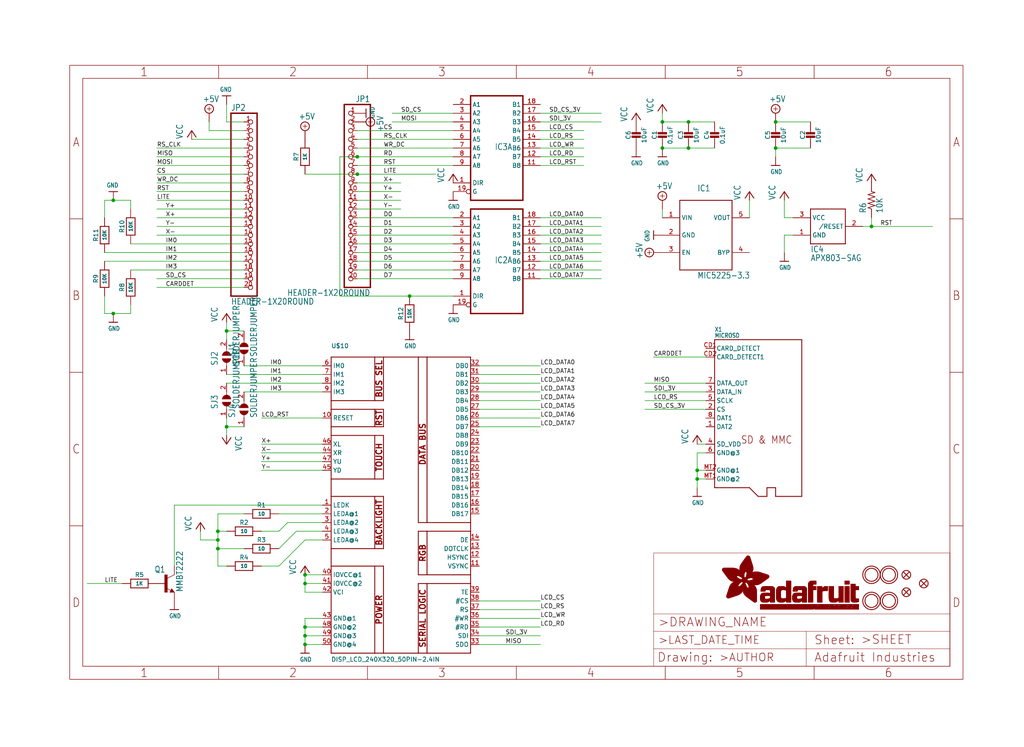
<source format=kicad_sch>
(kicad_sch (version 20211123) (generator eeschema)
  (paper "User" 298.45 217.881)
  (lib_symbols
    (symbol "eagleSchem-eagle-import:+5V" (power)
      (property "Value" "+5V" (at -1.905 3.175 0))
      (symbol "+5V_1_0"
        (pin power_in line (at 0 -2.54 90) (length 2.54) (name "+5V") (number "1"))
      )
    )
    (symbol "eagleSchem-eagle-import:-NPN-SOT23-BEC"
      (property "Reference" "T" (at -10.16 7.62 0))
      (property "Value" "-NPN-SOT23-BEC" (at -10.16 5.08 0))
      (symbol "-NPN-SOT23-BEC_1_0"
        (pin passive line (at -2.54 0 0) (length 2.54) (name "B") (number "B"))
        (pin passive line (at 2.54 5.08 270) (length 2.54) (name "C") (number "C"))
        (pin passive line (at 2.54 -5.08 90) (length 2.54) (name "E") (number "E"))
      )
    )
    (symbol "eagleSchem-eagle-import:74245DW"
      (property "Reference" "IC" (at -0.635 -0.635 0))
      (symbol "74245DW_1_0"
        (pin input line (at -12.7 -10.16 0) (length 5.08) (name "DIR") (number "1"))
        (pin bidirectional line (at 12.7 -5.08 180) (length 5.08) (name "B8") (number "11"))
        (pin bidirectional line (at 12.7 -2.54 180) (length 5.08) (name "B7") (number "12"))
        (pin bidirectional line (at 12.7 0 180) (length 5.08) (name "B6") (number "13"))
        (pin bidirectional line (at 12.7 2.54 180) (length 5.08) (name "B5") (number "14"))
        (pin bidirectional line (at 12.7 5.08 180) (length 5.08) (name "B4") (number "15"))
        (pin bidirectional line (at 12.7 7.62 180) (length 5.08) (name "B3") (number "16"))
        (pin bidirectional line (at 12.7 10.16 180) (length 5.08) (name "B2") (number "17"))
        (pin bidirectional line (at 12.7 12.7 180) (length 5.08) (name "B1") (number "18"))
        (pin input inverted (at -12.7 -12.7 0) (length 5.08) (name "G") (number "19"))
        (pin bidirectional line (at -12.7 12.7 0) (length 5.08) (name "A1") (number "2"))
        (pin bidirectional line (at -12.7 10.16 0) (length 5.08) (name "A2") (number "3"))
        (pin bidirectional line (at -12.7 7.62 0) (length 5.08) (name "A3") (number "4"))
        (pin bidirectional line (at -12.7 5.08 0) (length 5.08) (name "A4") (number "5"))
        (pin bidirectional line (at -12.7 2.54 0) (length 5.08) (name "A5") (number "6"))
        (pin bidirectional line (at -12.7 0 0) (length 5.08) (name "A6") (number "7"))
        (pin bidirectional line (at -12.7 -2.54 0) (length 5.08) (name "A7") (number "8"))
        (pin bidirectional line (at -12.7 -5.08 0) (length 5.08) (name "A8") (number "9"))
      )
      (symbol "74245DW_2_0"
        (text "GND" (at 1.905 -5.842 900) (effects (font (size 1.27 1.0795)) (justify left bottom)))
        (text "VCC" (at 1.905 2.54 900) (effects (font (size 1.27 1.0795)) (justify left bottom)))
        (pin power_in line (at 0 -7.62 90) (length 5.08) (name "GND") (number "10"))
        (pin power_in line (at 0 7.62 270) (length 5.08) (name "VCC") (number "20"))
      )
    )
    (symbol "eagleSchem-eagle-import:AXP083-SAG"
      (property "Reference" "IC" (at -5.08 -7.62 0))
      (property "Value" "AXP083-SAG" (at -5.08 -10.16 0))
      (symbol "AXP083-SAG_1_0"
        (pin power_in line (at -10.16 -2.54 0) (length 5.08) (name "GND") (number "1"))
        (pin output line (at 10.16 0 180) (length 5.08) (name "/RESET") (number "2"))
        (pin power_in line (at -10.16 2.54 0) (length 5.08) (name "VCC") (number "3"))
      )
    )
    (symbol "eagleSchem-eagle-import:CAP_CERAMIC0805-NOOUTLINE"
      (property "Reference" "C" (at -2.29 1.25 90))
      (property "Value" "CAP_CERAMIC0805-NOOUTLINE" (at 2.3 1.25 90))
      (symbol "CAP_CERAMIC0805-NOOUTLINE_1_0"
        (pin passive line (at 0 5.08 270) (length 2.54) (name "1") (number "1"))
        (pin passive line (at 0 -2.54 90) (length 2.54) (name "2") (number "2"))
      )
    )
    (symbol "eagleSchem-eagle-import:DISP_LCD_240X320_50PIN-2.4IN"
      (property "Value" "DISP_LCD_240X320_50PIN-2.4IN" (at -20.32 -48.26 0))
      (symbol "DISP_LCD_240X320_50PIN-2.4IN_1_0"
        (text "BACKLIGHT" (at -6.35 -7.62 900) (effects (font (size 1.6764 1.6764) (thickness 0.3353) bold)))
        (text "BUS SEL" (at -6.35 34.29 900) (effects (font (size 1.6764 1.6764) (thickness 0.3353) bold)))
        (text "DATA BUS" (at 6.35 15.24 900) (effects (font (size 1.6764 1.6764) (thickness 0.3353) bold)))
        (text "POWER" (at -6.35 -33.02 900) (effects (font (size 1.6764 1.6764) (thickness 0.3353) bold)))
        (text "RGB" (at 6.35 -16.51 900) (effects (font (size 1.6764 1.6764) (thickness 0.3353) bold)))
        (text "RST" (at -6.35 22.86 900) (effects (font (size 1.6764 1.6764) (thickness 0.3353) bold)))
        (text "SERIAL LOGIC" (at 6.35 -35.56 900) (effects (font (size 1.6764 1.6764) (thickness 0.3353) bold)))
        (text "TOUCH" (at -6.35 11.43 900) (effects (font (size 1.6764 1.6764) (thickness 0.3353) bold)))
        (pin bidirectional line (at -22.86 -2.54 0) (length 2.54) (name "LEDK") (number "1"))
        (pin bidirectional line (at -22.86 22.86 0) (length 2.54) (name "RESET") (number "10"))
        (pin bidirectional line (at 22.86 -20.32 180) (length 2.54) (name "VSYNC") (number "11"))
        (pin bidirectional line (at 22.86 -17.78 180) (length 2.54) (name "HSYNC") (number "12"))
        (pin bidirectional line (at 22.86 -15.24 180) (length 2.54) (name "DOTCLK") (number "13"))
        (pin bidirectional line (at 22.86 -12.7 180) (length 2.54) (name "DE") (number "14"))
        (pin bidirectional line (at 22.86 -5.08 180) (length 2.54) (name "DB17") (number "15"))
        (pin bidirectional line (at 22.86 -2.54 180) (length 2.54) (name "DB16") (number "16"))
        (pin bidirectional line (at 22.86 0 180) (length 2.54) (name "DB15") (number "17"))
        (pin bidirectional line (at 22.86 2.54 180) (length 2.54) (name "DB14") (number "18"))
        (pin bidirectional line (at 22.86 5.08 180) (length 2.54) (name "DB13") (number "19"))
        (pin bidirectional line (at -22.86 -5.08 0) (length 2.54) (name "LEDA@1") (number "2"))
        (pin bidirectional line (at 22.86 7.62 180) (length 2.54) (name "DB12") (number "20"))
        (pin bidirectional line (at 22.86 10.16 180) (length 2.54) (name "DB11") (number "21"))
        (pin bidirectional line (at 22.86 12.7 180) (length 2.54) (name "DB10") (number "22"))
        (pin bidirectional line (at 22.86 15.24 180) (length 2.54) (name "DB9") (number "23"))
        (pin bidirectional line (at 22.86 17.78 180) (length 2.54) (name "DB8") (number "24"))
        (pin bidirectional line (at 22.86 20.32 180) (length 2.54) (name "DB7") (number "25"))
        (pin bidirectional line (at 22.86 22.86 180) (length 2.54) (name "DB6") (number "26"))
        (pin bidirectional line (at 22.86 25.4 180) (length 2.54) (name "DB5") (number "27"))
        (pin bidirectional line (at 22.86 27.94 180) (length 2.54) (name "DB4") (number "28"))
        (pin bidirectional line (at 22.86 30.48 180) (length 2.54) (name "DB3") (number "29"))
        (pin bidirectional line (at -22.86 -7.62 0) (length 2.54) (name "LEDA@2") (number "3"))
        (pin bidirectional line (at 22.86 33.02 180) (length 2.54) (name "DB2") (number "30"))
        (pin bidirectional line (at 22.86 35.56 180) (length 2.54) (name "DB1") (number "31"))
        (pin bidirectional line (at 22.86 38.1 180) (length 2.54) (name "DB0") (number "32"))
        (pin bidirectional line (at 22.86 -43.18 180) (length 2.54) (name "SDO") (number "33"))
        (pin bidirectional line (at 22.86 -40.64 180) (length 2.54) (name "SDI") (number "34"))
        (pin bidirectional line (at 22.86 -38.1 180) (length 2.54) (name "#RD") (number "35"))
        (pin bidirectional line (at 22.86 -35.56 180) (length 2.54) (name "#WR") (number "36"))
        (pin bidirectional line (at 22.86 -33.02 180) (length 2.54) (name "RS") (number "37"))
        (pin bidirectional line (at 22.86 -30.48 180) (length 2.54) (name "#CS") (number "38"))
        (pin bidirectional line (at 22.86 -27.94 180) (length 2.54) (name "TE") (number "39"))
        (pin bidirectional line (at -22.86 -10.16 0) (length 2.54) (name "LEDA@3") (number "4"))
        (pin bidirectional line (at -22.86 -22.86 0) (length 2.54) (name "IOVCC@1") (number "40"))
        (pin bidirectional line (at -22.86 -25.4 0) (length 2.54) (name "IOVCC@2") (number "41"))
        (pin bidirectional line (at -22.86 -27.94 0) (length 2.54) (name "VCI") (number "42"))
        (pin bidirectional line (at -22.86 -35.56 0) (length 2.54) (name "GND@1") (number "43"))
        (pin bidirectional line (at -22.86 12.7 0) (length 2.54) (name "XR") (number "44"))
        (pin bidirectional line (at -22.86 7.62 0) (length 2.54) (name "YD") (number "45"))
        (pin bidirectional line (at -22.86 15.24 0) (length 2.54) (name "XL") (number "46"))
        (pin bidirectional line (at -22.86 10.16 0) (length 2.54) (name "YU") (number "47"))
        (pin bidirectional line (at -22.86 -38.1 0) (length 2.54) (name "GND@2") (number "48"))
        (pin bidirectional line (at -22.86 -40.64 0) (length 2.54) (name "GND@3") (number "49"))
        (pin bidirectional line (at -22.86 -12.7 0) (length 2.54) (name "LEDA@4") (number "5"))
        (pin bidirectional line (at -22.86 -43.18 0) (length 2.54) (name "GND@4") (number "50"))
        (pin bidirectional line (at -22.86 38.1 0) (length 2.54) (name "IM0") (number "6"))
        (pin bidirectional line (at -22.86 35.56 0) (length 2.54) (name "IM1") (number "7"))
        (pin bidirectional line (at -22.86 33.02 0) (length 2.54) (name "IM2") (number "8"))
        (pin bidirectional line (at -22.86 30.48 0) (length 2.54) (name "IM3") (number "9"))
      )
    )
    (symbol "eagleSchem-eagle-import:FIDUCIAL{dblquote}{dblquote}")
    (symbol "eagleSchem-eagle-import:FRAME_A4_ADAFRUIT"
      (symbol "FRAME_A4_ADAFRUIT_0_0"
        (text "1" (at 21.6958 1.905 0) (effects (font (size 2.54 2.286))))
        (text "1" (at 21.6958 177.165 0) (effects (font (size 2.54 2.286))))
        (text "2" (at 65.0875 1.905 0) (effects (font (size 2.54 2.286))))
        (text "2" (at 65.0875 177.165 0) (effects (font (size 2.54 2.286))))
        (text "3" (at 108.4792 1.905 0) (effects (font (size 2.54 2.286))))
        (text "3" (at 108.4792 177.165 0) (effects (font (size 2.54 2.286))))
        (text "4" (at 151.8708 1.905 0) (effects (font (size 2.54 2.286))))
        (text "4" (at 151.8708 177.165 0) (effects (font (size 2.54 2.286))))
        (text "5" (at 195.2625 1.905 0) (effects (font (size 2.54 2.286))))
        (text "5" (at 195.2625 177.165 0) (effects (font (size 2.54 2.286))))
        (text "6" (at 238.6542 1.905 0) (effects (font (size 2.54 2.286))))
        (text "6" (at 238.6542 177.165 0) (effects (font (size 2.54 2.286))))
        (text "A" (at 1.905 156.6863 0) (effects (font (size 2.54 2.286))))
        (text "A" (at 258.445 156.6863 0) (effects (font (size 2.54 2.286))))
        (text "B" (at 1.905 111.9188 0) (effects (font (size 2.54 2.286))))
        (text "B" (at 258.445 111.9188 0) (effects (font (size 2.54 2.286))))
        (text "C" (at 1.905 67.1513 0) (effects (font (size 2.54 2.286))))
        (text "C" (at 258.445 67.1513 0) (effects (font (size 2.54 2.286))))
        (text "D" (at 1.905 22.3838 0) (effects (font (size 2.54 2.286))))
        (text "D" (at 258.445 22.3838 0) (effects (font (size 2.54 2.286))))
      )
      (symbol "FRAME_A4_ADAFRUIT_1_0"
        (text ">AUTHOR" (at 189.23 5.08 0) (effects (font (size 2.286 2.286)) (justify left bottom)))
        (text ">DRAWING_NAME" (at 171.45 15.24 0) (effects (font (size 2.54 2.54)) (justify left bottom)))
        (text ">LAST_DATE_TIME" (at 171.45 10.16 0) (effects (font (size 2.286 2.286)) (justify left bottom)))
        (text ">SHEET" (at 230.505 10.16 0) (effects (font (size 2.54 2.54)) (justify left bottom)))
        (text "Adafruit Industries" (at 216.916 4.953 0) (effects (font (size 2.54 2.54)) (justify left bottom)))
        (text "Drawing:" (at 171.196 4.953 0) (effects (font (size 2.54 2.54)) (justify left bottom)))
        (text "Sheet:" (at 216.916 10.033 0) (effects (font (size 2.54 2.54)) (justify left bottom)))
      )
    )
    (symbol "eagleSchem-eagle-import:GND" (power)
      (property "Value" "GND" (at -1.524 -2.54 0))
      (symbol "GND_1_0"
        (pin power_in line (at 0 2.54 270) (length 2.54) (name "GND") (number "1"))
      )
    )
    (symbol "eagleSchem-eagle-import:HEADER-1X20ROUND"
      (property "Reference" "JP" (at -6.35 26.035 0))
      (property "Value" "HEADER-1X20ROUND" (at -6.35 -30.48 0))
      (symbol "HEADER-1X20ROUND_1_0"
        (pin passive inverted (at -2.54 22.86 0) (length 2.54) (name "1") (number "1"))
        (pin passive inverted (at -2.54 0 0) (length 2.54) (name "10") (number "10"))
        (pin passive inverted (at -2.54 -2.54 0) (length 2.54) (name "11") (number "11"))
        (pin passive inverted (at -2.54 -5.08 0) (length 2.54) (name "12") (number "12"))
        (pin passive inverted (at -2.54 -7.62 0) (length 2.54) (name "13") (number "13"))
        (pin passive inverted (at -2.54 -10.16 0) (length 2.54) (name "14") (number "14"))
        (pin passive inverted (at -2.54 -12.7 0) (length 2.54) (name "15") (number "15"))
        (pin passive inverted (at -2.54 -15.24 0) (length 2.54) (name "16") (number "16"))
        (pin passive inverted (at -2.54 -17.78 0) (length 2.54) (name "17") (number "17"))
        (pin passive inverted (at -2.54 -20.32 0) (length 2.54) (name "18") (number "18"))
        (pin passive inverted (at -2.54 -22.86 0) (length 2.54) (name "19") (number "19"))
        (pin passive inverted (at -2.54 20.32 0) (length 2.54) (name "2") (number "2"))
        (pin passive inverted (at -2.54 -25.4 0) (length 2.54) (name "20") (number "20"))
        (pin passive inverted (at -2.54 17.78 0) (length 2.54) (name "3") (number "3"))
        (pin passive inverted (at -2.54 15.24 0) (length 2.54) (name "4") (number "4"))
        (pin passive inverted (at -2.54 12.7 0) (length 2.54) (name "5") (number "5"))
        (pin passive inverted (at -2.54 10.16 0) (length 2.54) (name "6") (number "6"))
        (pin passive inverted (at -2.54 7.62 0) (length 2.54) (name "7") (number "7"))
        (pin passive inverted (at -2.54 5.08 0) (length 2.54) (name "8") (number "8"))
        (pin passive inverted (at -2.54 2.54 0) (length 2.54) (name "9") (number "9"))
      )
    )
    (symbol "eagleSchem-eagle-import:LP298XS"
      (property "Reference" "IC" (at -12.7 -5.08 90))
      (property "Value" "LP298XS" (at 12.7 -5.08 90))
      (symbol "LP298XS_1_0"
        (pin bidirectional line (at -5.08 -15.24 90) (length 5.08) (name "VIN") (number "1"))
        (pin bidirectional line (at 0 -15.24 90) (length 5.08) (name "GND") (number "2"))
        (pin bidirectional line (at 5.08 -15.24 90) (length 5.08) (name "EN") (number "3"))
        (pin bidirectional line (at 5.08 10.16 270) (length 5.08) (name "BYP") (number "4"))
        (pin bidirectional line (at -5.08 10.16 270) (length 5.08) (name "VOUT") (number "5"))
      )
    )
    (symbol "eagleSchem-eagle-import:MICROSD"
      (property "Reference" "X" (at -12.7 22.606 0))
      (property "Value" "MICROSD" (at -12.7 20.828 0))
      (symbol "MICROSD_1_0"
        (text "SD & MMC" (at -5.08 -10.16 0) (effects (font (size 2.1844 1.8567)) (justify left bottom)))
        (pin bidirectional line (at -15.24 -5.08 0) (length 2.54) (name "DAT2") (number "1"))
        (pin input line (at -15.24 0 0) (length 2.54) (name "CS") (number "2"))
        (pin input line (at -15.24 5.08 0) (length 2.54) (name "DATA_IN") (number "3"))
        (pin power_in line (at -15.24 -10.16 0) (length 2.54) (name "SD_VDD") (number "4"))
        (pin input line (at -15.24 2.54 0) (length 2.54) (name "SCLK") (number "5"))
        (pin power_in line (at -15.24 -12.7 0) (length 2.54) (name "GND@3") (number "6"))
        (pin output line (at -15.24 7.62 0) (length 2.54) (name "DATA_OUT") (number "7"))
        (pin bidirectional line (at -15.24 -2.54 0) (length 2.54) (name "DAT1") (number "8"))
        (pin passive line (at -15.24 17.78 0) (length 2.54) (name "CARD_DETECT") (number "CD1"))
        (pin passive line (at -15.24 15.24 0) (length 2.54) (name "CARD_DETECT1") (number "CD2"))
        (pin power_in line (at -15.24 -20.32 0) (length 2.54) (name "GND@2") (number "MT1"))
        (pin power_in line (at -15.24 -17.78 0) (length 2.54) (name "GND@1") (number "MT2"))
      )
    )
    (symbol "eagleSchem-eagle-import:MOUNTINGHOLE2.5")
    (symbol "eagleSchem-eagle-import:R-US_R0805"
      (property "Reference" "R" (at -3.81 1.4986 0))
      (property "Value" "R-US_R0805" (at -3.81 -3.302 0))
      (symbol "R-US_R0805_1_0"
        (pin passive line (at -5.08 0 0) (length 2.54) (name "1") (number "1"))
        (pin passive line (at 5.08 0 180) (length 2.54) (name "2") (number "2"))
      )
    )
    (symbol "eagleSchem-eagle-import:RESISTOR0805_NOOUTLINE"
      (property "Reference" "R" (at 0 2.54 0))
      (property "Value" "RESISTOR0805_NOOUTLINE" (at 0 0 0))
      (symbol "RESISTOR0805_NOOUTLINE_1_0"
        (pin passive line (at -5.08 0 0) (length 2.54) (name "1") (number "1"))
        (pin passive line (at 5.08 0 180) (length 2.54) (name "2") (number "2"))
      )
    )
    (symbol "eagleSchem-eagle-import:SOLDERJUMPER"
      (property "Reference" "SJ" (at -2.54 2.54 0))
      (property "Value" "SOLDERJUMPER" (at -2.54 -3.81 0))
      (symbol "SOLDERJUMPER_1_0"
        (pin passive line (at -5.08 0 0) (length 2.54) (name "1") (number "1"))
        (pin passive line (at 5.08 0 180) (length 2.54) (name "2") (number "2"))
      )
    )
    (symbol "eagleSchem-eagle-import:VCC" (power)
      (property "Value" "VCC" (at -2.54 -2.54 90))
      (symbol "VCC_1_0"
        (pin power_in line (at 0 -2.54 90) (length 2.54) (name "VCC") (number "1"))
      )
    )
  )
  (junction (at 63.5 157.48))
  (junction (at 88.9 167.64))
  (junction (at 33.02 58.42))
  (junction (at 63.5 154.94))
  (junction (at 66.04 124.46))
  (junction (at 203.2 139.7))
  (junction (at 88.9 185.42))
  (junction (at 66.04 96.52))
  (junction (at 104.14 45.72))
  (junction (at 33.02 91.44))
  (junction (at 104.14 50.8))
  (junction (at 200.66 43.18))
  (junction (at 88.9 187.96))
  (junction (at 203.2 137.16))
  (junction (at 193.04 35.56))
  (junction (at 193.04 43.18))
  (junction (at 226.06 43.18))
  (junction (at 88.9 182.88))
  (junction (at 226.06 35.56))
  (junction (at 200.66 35.56))
  (junction (at 119.38 86.36))
  (junction (at 63.5 160.02))
  (junction (at 88.9 170.18))
  (junction (at 254 66.04))
  (wire (pts (xy 55.88 40.64) (xy 71.12 40.64)))
  (wire (pts (xy 35.56 170.18) (xy 25.4 170.18)))
  (wire (pts (xy 88.9 170.18) (xy 93.98 170.18)))
  (wire (pts (xy 30.48 58.42) (xy 30.48 63.5)))
  (wire (pts (xy 139.7 114.3) (xy 157.48 114.3)))
  (wire (pts (xy 63.5 154.94) (xy 63.5 149.86)))
  (wire (pts (xy 58.42 154.94) (xy 58.42 157.48)))
  (wire (pts (xy 93.98 114.3) (xy 71.12 114.3)))
  (wire (pts (xy 157.48 35.56) (xy 175.26 35.56)))
  (wire (pts (xy 81.28 160.02) (xy 86.36 154.94)))
  (wire (pts (xy 76.2 165.1) (xy 81.28 165.1)))
  (wire (pts (xy 193.04 60.96) (xy 193.04 63.5)))
  (wire (pts (xy 203.2 139.7) (xy 203.2 137.16)))
  (wire (pts (xy 139.7 106.68) (xy 157.48 106.68)))
  (wire (pts (xy 132.08 81.28) (xy 104.14 81.28)))
  (wire (pts (xy 104.14 53.34) (xy 116.84 53.34)))
  (wire (pts (xy 104.14 43.18) (xy 132.08 43.18)))
  (wire (pts (xy 66.04 96.52) (xy 71.12 96.52)))
  (wire (pts (xy 228.6 63.5) (xy 228.6 58.42)))
  (wire (pts (xy 187.96 119.38) (xy 205.74 119.38)))
  (wire (pts (xy 203.2 139.7) (xy 203.2 142.24)))
  (wire (pts (xy 30.48 76.2) (xy 71.12 76.2)))
  (wire (pts (xy 76.2 154.94) (xy 81.28 154.94)))
  (wire (pts (xy 132.08 63.5) (xy 104.14 63.5)))
  (wire (pts (xy 66.04 99.06) (xy 66.04 96.52)))
  (wire (pts (xy 88.9 180.34) (xy 88.9 182.88)))
  (wire (pts (xy 139.7 116.84) (xy 157.48 116.84)))
  (wire (pts (xy 71.12 71.12) (xy 38.1 71.12)))
  (wire (pts (xy 38.1 58.42) (xy 33.02 58.42)))
  (wire (pts (xy 226.06 45.72) (xy 226.06 43.18)))
  (wire (pts (xy 88.9 185.42) (xy 93.98 185.42)))
  (wire (pts (xy 71.12 35.56) (xy 66.04 35.56)))
  (wire (pts (xy 71.12 58.42) (xy 45.72 58.42)))
  (wire (pts (xy 93.98 167.64) (xy 88.9 167.64)))
  (wire (pts (xy 205.74 116.84) (xy 187.96 116.84)))
  (wire (pts (xy 157.48 48.26) (xy 170.18 48.26)))
  (wire (pts (xy 203.2 137.16) (xy 205.74 137.16)))
  (wire (pts (xy 104.14 40.64) (xy 132.08 40.64)))
  (wire (pts (xy 218.44 58.42) (xy 218.44 63.5)))
  (wire (pts (xy 76.2 121.92) (xy 93.98 121.92)))
  (wire (pts (xy 175.26 73.66) (xy 157.48 73.66)))
  (wire (pts (xy 30.48 86.36) (xy 30.48 91.44)))
  (wire (pts (xy 132.08 66.04) (xy 104.14 66.04)))
  (wire (pts (xy 86.36 154.94) (xy 93.98 154.94)))
  (wire (pts (xy 63.5 149.86) (xy 71.12 149.86)))
  (wire (pts (xy 63.5 157.48) (xy 63.5 154.94)))
  (wire (pts (xy 205.74 114.3) (xy 187.96 114.3)))
  (wire (pts (xy 104.14 55.88) (xy 116.84 55.88)))
  (wire (pts (xy 114.3 33.02) (xy 132.08 33.02)))
  (wire (pts (xy 104.14 48.26) (xy 132.08 48.26)))
  (wire (pts (xy 132.08 68.58) (xy 104.14 68.58)))
  (wire (pts (xy 139.7 109.22) (xy 157.48 109.22)))
  (wire (pts (xy 139.7 121.92) (xy 157.48 121.92)))
  (wire (pts (xy 99.06 86.36) (xy 99.06 45.72)))
  (wire (pts (xy 66.04 165.1) (xy 63.5 165.1)))
  (wire (pts (xy 139.7 185.42) (xy 157.48 185.42)))
  (wire (pts (xy 132.08 35.56) (xy 114.3 35.56)))
  (wire (pts (xy 93.98 106.68) (xy 71.12 106.68)))
  (wire (pts (xy 66.04 127) (xy 66.04 124.46)))
  (wire (pts (xy 104.14 50.8) (xy 88.9 50.8)))
  (wire (pts (xy 93.98 111.76) (xy 66.04 111.76)))
  (wire (pts (xy 50.8 165.1) (xy 50.8 147.32)))
  (wire (pts (xy 71.12 38.1) (xy 60.96 38.1)))
  (wire (pts (xy 93.98 172.72) (xy 88.9 172.72)))
  (wire (pts (xy 200.66 35.56) (xy 193.04 35.56)))
  (wire (pts (xy 38.1 60.96) (xy 38.1 58.42)))
  (wire (pts (xy 81.28 165.1) (xy 88.9 157.48)))
  (wire (pts (xy 104.14 60.96) (xy 116.84 60.96)))
  (wire (pts (xy 71.12 83.82) (xy 45.72 83.82)))
  (wire (pts (xy 157.48 45.72) (xy 170.18 45.72)))
  (wire (pts (xy 205.74 132.08) (xy 203.2 132.08)))
  (wire (pts (xy 30.48 73.66) (xy 71.12 73.66)))
  (wire (pts (xy 45.72 45.72) (xy 71.12 45.72)))
  (wire (pts (xy 132.08 78.74) (xy 104.14 78.74)))
  (wire (pts (xy 81.28 154.94) (xy 83.82 152.4)))
  (wire (pts (xy 228.6 68.58) (xy 231.14 68.58)))
  (wire (pts (xy 254 66.04) (xy 271.78 66.04)))
  (wire (pts (xy 139.7 119.38) (xy 157.48 119.38)))
  (wire (pts (xy 175.26 63.5) (xy 157.48 63.5)))
  (wire (pts (xy 71.12 48.26) (xy 45.72 48.26)))
  (wire (pts (xy 66.04 93.98) (xy 66.04 96.52)))
  (wire (pts (xy 88.9 167.64) (xy 88.9 170.18)))
  (wire (pts (xy 45.72 55.88) (xy 71.12 55.88)))
  (wire (pts (xy 175.26 76.2) (xy 157.48 76.2)))
  (wire (pts (xy 63.5 160.02) (xy 63.5 157.48)))
  (wire (pts (xy 205.74 104.14) (xy 190.5 104.14)))
  (wire (pts (xy 157.48 40.64) (xy 170.18 40.64)))
  (wire (pts (xy 45.72 43.18) (xy 71.12 43.18)))
  (wire (pts (xy 187.96 111.76) (xy 205.74 111.76)))
  (wire (pts (xy 71.12 78.74) (xy 38.1 78.74)))
  (wire (pts (xy 93.98 137.16) (xy 76.2 137.16)))
  (wire (pts (xy 175.26 66.04) (xy 157.48 66.04)))
  (wire (pts (xy 139.7 124.46) (xy 157.48 124.46)))
  (wire (pts (xy 45.72 53.34) (xy 71.12 53.34)))
  (wire (pts (xy 208.28 43.18) (xy 200.66 43.18)))
  (wire (pts (xy 93.98 182.88) (xy 88.9 182.88)))
  (wire (pts (xy 175.26 71.12) (xy 157.48 71.12)))
  (wire (pts (xy 93.98 132.08) (xy 76.2 132.08)))
  (wire (pts (xy 193.04 43.18) (xy 200.66 43.18)))
  (wire (pts (xy 71.12 68.58) (xy 45.72 68.58)))
  (wire (pts (xy 193.04 33.02) (xy 193.04 35.56)))
  (wire (pts (xy 104.14 45.72) (xy 99.06 45.72)))
  (wire (pts (xy 66.04 124.46) (xy 66.04 121.92)))
  (wire (pts (xy 66.04 35.56) (xy 66.04 30.48)))
  (wire (pts (xy 139.7 180.34) (xy 157.48 180.34)))
  (wire (pts (xy 226.06 43.18) (xy 236.22 43.18)))
  (wire (pts (xy 157.48 43.18) (xy 170.18 43.18)))
  (wire (pts (xy 139.7 111.76) (xy 157.48 111.76)))
  (wire (pts (xy 132.08 73.66) (xy 104.14 73.66)))
  (wire (pts (xy 71.12 63.5) (xy 45.72 63.5)))
  (wire (pts (xy 45.72 81.28) (xy 71.12 81.28)))
  (wire (pts (xy 88.9 182.88) (xy 88.9 185.42)))
  (wire (pts (xy 50.8 147.32) (xy 93.98 147.32)))
  (wire (pts (xy 200.66 35.56) (xy 208.28 35.56)))
  (wire (pts (xy 83.82 152.4) (xy 93.98 152.4)))
  (wire (pts (xy 205.74 139.7) (xy 203.2 139.7)))
  (wire (pts (xy 71.12 60.96) (xy 45.72 60.96)))
  (wire (pts (xy 81.28 149.86) (xy 93.98 149.86)))
  (wire (pts (xy 226.06 35.56) (xy 236.22 35.56)))
  (wire (pts (xy 104.14 58.42) (xy 116.84 58.42)))
  (wire (pts (xy 71.12 124.46) (xy 66.04 124.46)))
  (wire (pts (xy 231.14 63.5) (xy 228.6 63.5)))
  (wire (pts (xy 139.7 187.96) (xy 157.48 187.96)))
  (wire (pts (xy 88.9 157.48) (xy 93.98 157.48)))
  (wire (pts (xy 104.14 38.1) (xy 132.08 38.1)))
  (wire (pts (xy 175.26 81.28) (xy 157.48 81.28)))
  (wire (pts (xy 251.46 66.04) (xy 254 66.04)))
  (wire (pts (xy 93.98 180.34) (xy 88.9 180.34)))
  (wire (pts (xy 228.6 73.66) (xy 228.6 68.58)))
  (wire (pts (xy 139.7 175.26) (xy 157.48 175.26)))
  (wire (pts (xy 254 63.5) (xy 254 66.04)))
  (wire (pts (xy 157.48 33.02) (xy 175.26 33.02)))
  (wire (pts (xy 30.48 91.44) (xy 33.02 91.44)))
  (wire (pts (xy 63.5 165.1) (xy 63.5 160.02)))
  (wire (pts (xy 38.1 91.44) (xy 38.1 88.9)))
  (wire (pts (xy 33.02 91.44) (xy 38.1 91.44)))
  (wire (pts (xy 88.9 187.96) (xy 93.98 187.96)))
  (wire (pts (xy 139.7 182.88) (xy 157.48 182.88)))
  (wire (pts (xy 203.2 132.08) (xy 203.2 137.16)))
  (wire (pts (xy 60.96 38.1) (xy 60.96 35.56)))
  (wire (pts (xy 205.74 129.54) (xy 203.2 129.54)))
  (wire (pts (xy 66.04 154.94) (xy 63.5 154.94)))
  (wire (pts (xy 71.12 66.04) (xy 45.72 66.04)))
  (wire (pts (xy 58.42 157.48) (xy 63.5 157.48)))
  (wire (pts (xy 93.98 129.54) (xy 76.2 129.54)))
  (wire (pts (xy 93.98 134.62) (xy 76.2 134.62)))
  (wire (pts (xy 132.08 86.36) (xy 119.38 86.36)))
  (wire (pts (xy 63.5 160.02) (xy 71.12 160.02)))
  (wire (pts (xy 175.26 78.74) (xy 157.48 78.74)))
  (wire (pts (xy 132.08 76.2) (xy 104.14 76.2)))
  (wire (pts (xy 139.7 177.8) (xy 157.48 177.8)))
  (wire (pts (xy 104.14 45.72) (xy 132.08 45.72)))
  (wire (pts (xy 66.04 109.22) (xy 93.98 109.22)))
  (wire (pts (xy 157.48 38.1) (xy 170.18 38.1)))
  (wire (pts (xy 33.02 58.42) (xy 30.48 58.42)))
  (wire (pts (xy 132.08 71.12) (xy 104.14 71.12)))
  (wire (pts (xy 175.26 68.58) (xy 157.48 68.58)))
  (wire (pts (xy 45.72 50.8) (xy 71.12 50.8)))
  (wire (pts (xy 88.9 172.72) (xy 88.9 170.18)))
  (wire (pts (xy 104.14 50.8) (xy 127 50.8)))
  (wire (pts (xy 88.9 185.42) (xy 88.9 187.96)))
  (wire (pts (xy 119.38 86.36) (xy 99.06 86.36)))
  (label "D2" (at 111.76 68.58 0) (effects (font (size 1.2446 1.2446))))
  (label "D6" (at 111.76 78.74 0) (effects (font (size 1.2446 1.2446))))
  (label "IM3" (at 78.74 114.3 0) (effects (font (size 1.2446 1.2446))))
  (label "LCD_WR" (at 157.48 180.34 0) (effects (font (size 1.2446 1.2446))))
  (label "LCD_DATA6" (at 157.48 121.92 0) (effects (font (size 1.2446 1.2446))))
  (label "IM0" (at 78.74 106.68 0) (effects (font (size 1.2446 1.2446))))
  (label "LITE" (at 111.76 50.8 0) (effects (font (size 1.2446 1.2446))))
  (label "SDI_3V" (at 147.32 185.42 0) (effects (font (size 1.2446 1.2446))))
  (label "IM3" (at 48.26 78.74 0) (effects (font (size 1.2446 1.2446))))
  (label "LCD_RS" (at 157.48 177.8 0) (effects (font (size 1.2446 1.2446))))
  (label "MISO" (at 147.32 187.96 0) (effects (font (size 1.2446 1.2446))))
  (label "LCD_RD" (at 157.48 182.88 0) (effects (font (size 1.2446 1.2446))))
  (label "X+" (at 48.26 63.5 0) (effects (font (size 1.2446 1.2446))))
  (label "Y+" (at 76.2 134.62 0) (effects (font (size 1.2446 1.2446))))
  (label "D1" (at 111.76 66.04 0) (effects (font (size 1.2446 1.2446))))
  (label "SD_CS" (at 116.84 33.02 0) (effects (font (size 1.2446 1.2446))))
  (label "LCD_DATA4" (at 160.02 73.66 0) (effects (font (size 1.2446 1.2446))))
  (label "SD_CS_3V" (at 190.5 119.38 0) (effects (font (size 1.2446 1.2446))))
  (label "IM2" (at 78.74 111.76 0) (effects (font (size 1.2446 1.2446))))
  (label "D4" (at 111.76 73.66 0) (effects (font (size 1.2446 1.2446))))
  (label "IM1" (at 78.74 109.22 0) (effects (font (size 1.2446 1.2446))))
  (label "X+" (at 111.76 53.34 0) (effects (font (size 1.2446 1.2446))))
  (label "MOSI" (at 116.84 35.56 0) (effects (font (size 1.2446 1.2446))))
  (label "LITE" (at 30.48 170.18 0) (effects (font (size 1.2446 1.2446))))
  (label "D3" (at 111.76 71.12 0) (effects (font (size 1.2446 1.2446))))
  (label "RST" (at 111.76 48.26 0) (effects (font (size 1.2446 1.2446))))
  (label "MOSI" (at 45.72 48.26 0) (effects (font (size 1.2446 1.2446))))
  (label "LCD_DATA0" (at 157.48 106.68 0) (effects (font (size 1.2446 1.2446))))
  (label "IM1" (at 48.26 73.66 0) (effects (font (size 1.2446 1.2446))))
  (label "LCD_RS" (at 160.02 40.64 0) (effects (font (size 1.2446 1.2446))))
  (label "CARDDET" (at 48.26 83.82 0) (effects (font (size 1.2446 1.2446))))
  (label "D5" (at 111.76 76.2 0) (effects (font (size 1.2446 1.2446))))
  (label "LCD_DATA3" (at 157.48 114.3 0) (effects (font (size 1.2446 1.2446))))
  (label "CARDDET" (at 190.5 104.14 0) (effects (font (size 1.2446 1.2446))))
  (label "LITE" (at 45.72 58.42 0) (effects (font (size 1.2446 1.2446))))
  (label "LCD_DATA3" (at 160.02 71.12 0) (effects (font (size 1.2446 1.2446))))
  (label "LCD_CS" (at 160.02 38.1 0) (effects (font (size 1.2446 1.2446))))
  (label "X-" (at 76.2 132.08 0) (effects (font (size 1.2446 1.2446))))
  (label "Y-" (at 111.76 60.96 0) (effects (font (size 1.2446 1.2446))))
  (label "CS" (at 45.72 50.8 0) (effects (font (size 1.2446 1.2446))))
  (label "LCD_RS" (at 190.5 116.84 0) (effects (font (size 1.2446 1.2446))))
  (label "LCD_DATA7" (at 157.48 124.46 0) (effects (font (size 1.2446 1.2446))))
  (label "Y-" (at 48.26 66.04 0) (effects (font (size 1.2446 1.2446))))
  (label "Y+" (at 48.26 60.96 0) (effects (font (size 1.2446 1.2446))))
  (label "LCD_DATA7" (at 160.02 81.28 0) (effects (font (size 1.2446 1.2446))))
  (label "MISO" (at 45.72 45.72 0) (effects (font (size 1.2446 1.2446))))
  (label "LCD_RD" (at 160.02 45.72 0) (effects (font (size 1.2446 1.2446))))
  (label "X-" (at 48.26 68.58 0) (effects (font (size 1.2446 1.2446))))
  (label "SD_CS" (at 48.26 81.28 0) (effects (font (size 1.2446 1.2446))))
  (label "RD" (at 111.76 45.72 0) (effects (font (size 1.2446 1.2446))))
  (label "IM0" (at 48.26 71.12 0) (effects (font (size 1.2446 1.2446))))
  (label "WR_DC" (at 45.72 53.34 0) (effects (font (size 1.2446 1.2446))))
  (label "SDI_3V" (at 160.02 35.56 0) (effects (font (size 1.2446 1.2446))))
  (label "LCD_DATA0" (at 160.02 63.5 0) (effects (font (size 1.2446 1.2446))))
  (label "LCD_DATA6" (at 160.02 78.74 0) (effects (font (size 1.2446 1.2446))))
  (label "Y+" (at 111.76 55.88 0) (effects (font (size 1.2446 1.2446))))
  (label "RS_CLK" (at 45.72 43.18 0) (effects (font (size 1.2446 1.2446))))
  (label "LCD_DATA5" (at 157.48 119.38 0) (effects (font (size 1.2446 1.2446))))
  (label "LCD_RST" (at 160.02 48.26 0) (effects (font (size 1.2446 1.2446))))
  (label "D0" (at 111.76 63.5 0) (effects (font (size 1.2446 1.2446))))
  (label "LCD_DATA2" (at 157.48 111.76 0) (effects (font (size 1.2446 1.2446))))
  (label "LCD_DATA1" (at 160.02 66.04 0) (effects (font (size 1.2446 1.2446))))
  (label "LCD_WR" (at 160.02 43.18 0) (effects (font (size 1.2446 1.2446))))
  (label "LCD_DATA2" (at 160.02 68.58 0) (effects (font (size 1.2446 1.2446))))
  (label "LCD_DATA4" (at 157.48 116.84 0) (effects (font (size 1.2446 1.2446))))
  (label "WR_DC" (at 111.76 43.18 0) (effects (font (size 1.2446 1.2446))))
  (label "RS_CLK" (at 111.76 40.64 0) (effects (font (size 1.2446 1.2446))))
  (label "Y-" (at 76.2 137.16 0) (effects (font (size 1.2446 1.2446))))
  (label "MISO" (at 190.5 111.76 0) (effects (font (size 1.2446 1.2446))))
  (label "LCD_CS" (at 157.48 175.26 0) (effects (font (size 1.2446 1.2446))))
  (label "LCD_RST" (at 76.2 121.92 0) (effects (font (size 1.2446 1.2446))))
  (label "SD_CS_3V" (at 160.02 33.02 0) (effects (font (size 1.2446 1.2446))))
  (label "X+" (at 76.2 129.54 0) (effects (font (size 1.2446 1.2446))))
  (label "X-" (at 111.76 58.42 0) (effects (font (size 1.2446 1.2446))))
  (label "RST" (at 256.54 66.04 0) (effects (font (size 1.2446 1.2446))))
  (label "LCD_DATA5" (at 160.02 76.2 0) (effects (font (size 1.2446 1.2446))))
  (label "CS" (at 111.76 38.1 0) (effects (font (size 1.2446 1.2446))))
  (label "SDI_3V" (at 190.5 114.3 0) (effects (font (size 1.2446 1.2446))))
  (label "IM2" (at 48.26 76.2 0) (effects (font (size 1.2446 1.2446))))
  (label "LCD_DATA1" (at 157.48 109.22 0) (effects (font (size 1.2446 1.2446))))
  (label "D7" (at 111.76 81.28 0) (effects (font (size 1.2446 1.2446))))
  (label "RST" (at 45.72 55.88 0) (effects (font (size 1.2446 1.2446))))
  (symbol (lib_id "eagleSchem-eagle-import:+5V") (at 88.9 38.1 0) (unit 1)
    (property "Reference" "#SUPPLY6" (effects hide))
    (property "Value" "+5V" (at 86.995 34.925 0) (effects (font (size 1.778 1.5113)) (justify left bottom)))
    (property "Footprint" "eagleSchem:" (effects hide))
  )
  (symbol (lib_id "eagleSchem-eagle-import:RESISTOR0805_NOOUTLINE") (at 30.48 81.28 90) (unit 1)
    (property "Reference" "R9" (at 27.94 81.28 0))
    (property "Value" "10K" (at 30.48 81.28 0) (effects (font (size 1.016 1.016) bold)))
    (property "Footprint" "eagleSchem:0805-NO" (effects hide))
  )
  (symbol (lib_id "eagleSchem-eagle-import:CAP_CERAMIC0805-NOOUTLINE") (at 236.22 40.64 0) (unit 1)
    (property "Reference" "C2" (at 233.93 39.39 90))
    (property "Value" "10uF" (at 238.52 39.39 90))
    (property "Footprint" "eagleSchem:0805-NO" (effects hide))
  )
  (symbol (lib_id "eagleSchem-eagle-import:VCC") (at 254 50.8 0) (unit 1)
    (property "Reference" "#P+9" (effects hide))
    (property "Value" "VCC" (at 251.46 53.34 90) (effects (font (size 1.778 1.5113)) (justify left bottom)))
    (property "Footprint" "eagleSchem:" (effects hide))
  )
  (symbol (lib_id "eagleSchem-eagle-import:GND") (at 203.2 144.78 0) (unit 1)
    (property "Reference" "#U$18" (effects hide))
    (property "Value" "GND" (at 201.676 147.32 0) (effects (font (size 1.27 1.0795)) (justify left bottom)))
    (property "Footprint" "eagleSchem:" (effects hide))
  )
  (symbol (lib_id "eagleSchem-eagle-import:CAP_CERAMIC0805-NOOUTLINE") (at 208.28 40.64 0) (unit 1)
    (property "Reference" "C4" (at 205.99 39.39 90))
    (property "Value" "0.1uF" (at 210.58 39.39 90))
    (property "Footprint" "eagleSchem:0805-NO" (effects hide))
  )
  (symbol (lib_id "eagleSchem-eagle-import:GND") (at 106.68 33.02 90) (unit 1)
    (property "Reference" "#U$5" (effects hide))
    (property "Value" "GND" (at 109.22 34.544 0) (effects (font (size 1.27 1.0795)) (justify left bottom)))
    (property "Footprint" "eagleSchem:" (effects hide))
  )
  (symbol (lib_id "eagleSchem-eagle-import:FRAME_A4_ADAFRUIT") (at 20.32 198.12 0) (unit 1)
    (property "Reference" "#U$25" (effects hide))
    (property "Value" "FRAME_A4_ADAFRUIT" (effects hide))
    (property "Footprint" "eagleSchem:" (effects hide))
  )
  (symbol (lib_id "eagleSchem-eagle-import:GND") (at 33.02 93.98 0) (unit 1)
    (property "Reference" "#U$20" (effects hide))
    (property "Value" "GND" (at 31.496 96.52 0) (effects (font (size 1.27 1.0795)) (justify left bottom)))
    (property "Footprint" "eagleSchem:" (effects hide))
  )
  (symbol (lib_id "eagleSchem-eagle-import:RESISTOR0805_NOOUTLINE") (at 30.48 68.58 90) (unit 1)
    (property "Reference" "R11" (at 27.94 68.58 0))
    (property "Value" "10K" (at 30.48 68.58 0) (effects (font (size 1.016 1.016) bold)))
    (property "Footprint" "eagleSchem:0805-NO" (effects hide))
  )
  (symbol (lib_id "eagleSchem-eagle-import:GND") (at 33.02 55.88 180) (unit 1)
    (property "Reference" "#U$21" (effects hide))
    (property "Value" "GND" (at 34.544 53.34 0) (effects (font (size 1.27 1.0795)) (justify left bottom)))
    (property "Footprint" "eagleSchem:" (effects hide))
  )
  (symbol (lib_id "eagleSchem-eagle-import:VCC") (at 66.04 91.44 0) (unit 1)
    (property "Reference" "#P+11" (effects hide))
    (property "Value" "VCC" (at 63.5 93.98 90) (effects (font (size 1.778 1.5113)) (justify left bottom)))
    (property "Footprint" "eagleSchem:" (effects hide))
  )
  (symbol (lib_id "eagleSchem-eagle-import:RESISTOR0805_NOOUTLINE") (at 71.12 154.94 0) (unit 1)
    (property "Reference" "R2" (at 71.12 152.4 0))
    (property "Value" "10" (at 71.12 154.94 0) (effects (font (size 1.016 1.016) bold)))
    (property "Footprint" "eagleSchem:0805-NO" (effects hide))
  )
  (symbol (lib_id "eagleSchem-eagle-import:SOLDERJUMPER") (at 66.04 104.14 90) (unit 1)
    (property "Reference" "SJ2" (at 63.5 106.68 0) (effects (font (size 1.778 1.5113)) (justify left bottom)))
    (property "Value" "SOLDERJUMPER" (at 69.85 106.68 0) (effects (font (size 1.778 1.5113)) (justify left bottom)))
    (property "Footprint" "eagleSchem:SOLDERJUMPER_ARROW_NOPASTE" (effects hide))
  )
  (symbol (lib_id "eagleSchem-eagle-import:VCC") (at 66.04 129.54 180) (unit 1)
    (property "Reference" "#P+10" (effects hide))
    (property "Value" "VCC" (at 68.58 127 90) (effects (font (size 1.778 1.5113)) (justify left bottom)))
    (property "Footprint" "eagleSchem:" (effects hide))
  )
  (symbol (lib_id "eagleSchem-eagle-import:GND") (at 66.04 27.94 180) (unit 1)
    (property "Reference" "#U$2" (effects hide))
    (property "Value" "GND" (at 67.564 25.4 0) (effects (font (size 1.27 1.0795)) (justify left bottom)))
    (property "Footprint" "eagleSchem:" (effects hide))
  )
  (symbol (lib_id "eagleSchem-eagle-import:RESISTOR0805_NOOUTLINE") (at 76.2 149.86 0) (unit 1)
    (property "Reference" "R1" (at 76.2 147.32 0))
    (property "Value" "10" (at 76.2 149.86 0) (effects (font (size 1.016 1.016) bold)))
    (property "Footprint" "eagleSchem:0805-NO" (effects hide))
  )
  (symbol (lib_id "eagleSchem-eagle-import:CAP_CERAMIC0805-NOOUTLINE") (at 226.06 40.64 0) (unit 1)
    (property "Reference" "C5" (at 223.77 39.39 90))
    (property "Value" "10uF" (at 228.36 39.39 90))
    (property "Footprint" "eagleSchem:0805-NO" (effects hide))
  )
  (symbol (lib_id "eagleSchem-eagle-import:SOLDERJUMPER") (at 71.12 101.6 90) (unit 1)
    (property "Reference" "SJ1" (at 68.58 104.14 0) (effects (font (size 1.778 1.5113)) (justify left bottom)))
    (property "Value" "SOLDERJUMPER" (at 74.93 104.14 0) (effects (font (size 1.778 1.5113)) (justify left bottom)))
    (property "Footprint" "eagleSchem:SOLDERJUMPER_ARROW_NOPASTE" (effects hide))
  )
  (symbol (lib_id "eagleSchem-eagle-import:RESISTOR0805_NOOUTLINE") (at 76.2 160.02 0) (unit 1)
    (property "Reference" "R3" (at 76.2 157.48 0))
    (property "Value" "10" (at 76.2 160.02 0) (effects (font (size 1.016 1.016) bold)))
    (property "Footprint" "eagleSchem:0805-NO" (effects hide))
  )
  (symbol (lib_id "eagleSchem-eagle-import:VCC") (at 228.6 55.88 0) (unit 1)
    (property "Reference" "#P+7" (effects hide))
    (property "Value" "VCC" (at 226.06 58.42 90) (effects (font (size 1.778 1.5113)) (justify left bottom)))
    (property "Footprint" "eagleSchem:" (effects hide))
  )
  (symbol (lib_id "eagleSchem-eagle-import:MOUNTINGHOLE2.5") (at 259.08 175.26 0) (unit 1)
    (property "Reference" "U$16" (effects hide))
    (property "Value" "MOUNTINGHOLE2.5" (effects hide))
    (property "Footprint" "eagleSchem:MOUNTINGHOLE_2.5_PLATED" (effects hide))
  )
  (symbol (lib_id "eagleSchem-eagle-import:RESISTOR0805_NOOUTLINE") (at 71.12 165.1 0) (unit 1)
    (property "Reference" "R4" (at 71.12 162.56 0))
    (property "Value" "10" (at 71.12 165.1 0) (effects (font (size 1.016 1.016) bold)))
    (property "Footprint" "eagleSchem:0805-NO" (effects hide))
  )
  (symbol (lib_id "eagleSchem-eagle-import:MOUNTINGHOLE2.5") (at 254 175.26 0) (unit 1)
    (property "Reference" "U$17" (effects hide))
    (property "Value" "MOUNTINGHOLE2.5" (effects hide))
    (property "Footprint" "eagleSchem:MOUNTINGHOLE_2.5_PLATED" (effects hide))
  )
  (symbol (lib_id "eagleSchem-eagle-import:MOUNTINGHOLE2.5") (at 254 167.64 0) (unit 1)
    (property "Reference" "U$15" (effects hide))
    (property "Value" "MOUNTINGHOLE2.5" (effects hide))
    (property "Footprint" "eagleSchem:MOUNTINGHOLE_2.5_PLATED" (effects hide))
  )
  (symbol (lib_id "eagleSchem-eagle-import:+5V") (at 193.04 58.42 0) (unit 1)
    (property "Reference" "#SUPPLY2" (effects hide))
    (property "Value" "+5V" (at 191.135 55.245 0) (effects (font (size 1.778 1.5113)) (justify left bottom)))
    (property "Footprint" "eagleSchem:" (effects hide))
  )
  (symbol (lib_id "eagleSchem-eagle-import:VCC") (at 185.42 33.02 0) (unit 1)
    (property "Reference" "#P+12" (effects hide))
    (property "Value" "VCC" (at 182.88 35.56 90) (effects (font (size 1.778 1.5113)) (justify left bottom)))
    (property "Footprint" "eagleSchem:" (effects hide))
  )
  (symbol (lib_id "eagleSchem-eagle-import:MICROSD") (at 220.98 119.38 0) (unit 1)
    (property "Reference" "X1" (at 208.28 96.774 0) (effects (font (size 1.27 1.0795)) (justify left bottom)))
    (property "Value" "MICROSD" (at 208.28 98.552 0) (effects (font (size 1.27 1.0795)) (justify left bottom)))
    (property "Footprint" "eagleSchem:MICROSD" (effects hide))
  )
  (symbol (lib_id "eagleSchem-eagle-import:GND") (at 50.8 177.8 0) (unit 1)
    (property "Reference" "#U$6" (effects hide))
    (property "Value" "GND" (at 49.276 180.34 0) (effects (font (size 1.27 1.0795)) (justify left bottom)))
    (property "Footprint" "eagleSchem:" (effects hide))
  )
  (symbol (lib_id "eagleSchem-eagle-import:GND") (at 226.06 48.26 0) (unit 1)
    (property "Reference" "#U$13" (effects hide))
    (property "Value" "GND" (at 224.536 50.8 0) (effects (font (size 1.27 1.0795)) (justify left bottom)))
    (property "Footprint" "eagleSchem:" (effects hide))
  )
  (symbol (lib_id "eagleSchem-eagle-import:LP298XS") (at 208.28 68.58 270) (unit 1)
    (property "Reference" "IC1" (at 203.2 55.88 90) (effects (font (size 1.778 1.5113)) (justify left bottom)))
    (property "Value" "MIC5225-3.3" (at 203.2 81.28 90) (effects (font (size 1.778 1.5113)) (justify left bottom)))
    (property "Footprint" "eagleSchem:SOT23-5L" (effects hide))
  )
  (symbol (lib_id "eagleSchem-eagle-import:CAP_CERAMIC0805-NOOUTLINE") (at 185.42 40.64 0) (unit 1)
    (property "Reference" "C6" (at 183.13 39.39 90))
    (property "Value" "10uF" (at 187.72 39.39 90))
    (property "Footprint" "eagleSchem:0805-NO" (effects hide))
  )
  (symbol (lib_id "eagleSchem-eagle-import:AXP083-SAG") (at 241.3 66.04 0) (unit 1)
    (property "Reference" "IC4" (at 236.22 73.66 0) (effects (font (size 1.778 1.5113)) (justify left bottom)))
    (property "Value" "APX803-SAG" (at 236.22 76.2 0) (effects (font (size 1.778 1.5113)) (justify left bottom)))
    (property "Footprint" "eagleSchem:SOT23" (effects hide))
  )
  (symbol (lib_id "eagleSchem-eagle-import:VCC") (at 55.88 38.1 0) (unit 1)
    (property "Reference" "#P+2" (effects hide))
    (property "Value" "VCC" (at 53.34 40.64 90) (effects (font (size 1.778 1.5113)) (justify left bottom)))
    (property "Footprint" "eagleSchem:" (effects hide))
  )
  (symbol (lib_id "eagleSchem-eagle-import:RESISTOR0805_NOOUTLINE") (at 119.38 91.44 90) (unit 1)
    (property "Reference" "R12" (at 116.84 91.44 0))
    (property "Value" "10K" (at 119.38 91.44 0) (effects (font (size 1.016 1.016) bold)))
    (property "Footprint" "eagleSchem:0805-NO" (effects hide))
  )
  (symbol (lib_id "eagleSchem-eagle-import:VCC") (at 218.44 55.88 0) (unit 1)
    (property "Reference" "#P+5" (effects hide))
    (property "Value" "VCC" (at 215.9 58.42 90) (effects (font (size 1.778 1.5113)) (justify left bottom)))
    (property "Footprint" "eagleSchem:" (effects hide))
  )
  (symbol (lib_id "eagleSchem-eagle-import:RESISTOR0805_NOOUTLINE") (at 38.1 83.82 90) (unit 1)
    (property "Reference" "R8" (at 35.56 83.82 0))
    (property "Value" "10K" (at 38.1 83.82 0) (effects (font (size 1.016 1.016) bold)))
    (property "Footprint" "eagleSchem:0805-NO" (effects hide))
  )
  (symbol (lib_id "eagleSchem-eagle-import:VCC") (at 203.2 127 0) (unit 1)
    (property "Reference" "#P+3" (effects hide))
    (property "Value" "VCC" (at 200.66 129.54 90) (effects (font (size 1.778 1.5113)) (justify left bottom)))
    (property "Footprint" "eagleSchem:" (effects hide))
  )
  (symbol (lib_id "eagleSchem-eagle-import:+5V") (at 60.96 33.02 0) (unit 1)
    (property "Reference" "#SUPPLY4" (effects hide))
    (property "Value" "+5V" (at 59.055 29.845 0) (effects (font (size 1.778 1.5113)) (justify left bottom)))
    (property "Footprint" "eagleSchem:" (effects hide))
  )
  (symbol (lib_id "eagleSchem-eagle-import:VCC") (at 58.42 152.4 0) (unit 1)
    (property "Reference" "#P+1" (effects hide))
    (property "Value" "VCC" (at 55.88 154.94 90) (effects (font (size 1.778 1.5113)) (justify left bottom)))
    (property "Footprint" "eagleSchem:" (effects hide))
  )
  (symbol (lib_id "eagleSchem-eagle-import:GND") (at 193.04 45.72 0) (unit 1)
    (property "Reference" "#U$4" (effects hide))
    (property "Value" "GND" (at 191.516 48.26 0) (effects (font (size 1.27 1.0795)) (justify left bottom)))
    (property "Footprint" "eagleSchem:" (effects hide))
  )
  (symbol (lib_id "eagleSchem-eagle-import:GND") (at 132.08 91.44 0) (unit 1)
    (property "Reference" "#U$8" (effects hide))
    (property "Value" "GND" (at 130.556 93.98 0) (effects (font (size 1.27 1.0795)) (justify left bottom)))
    (property "Footprint" "eagleSchem:" (effects hide))
  )
  (symbol (lib_id "eagleSchem-eagle-import:MOUNTINGHOLE2.5") (at 259.08 167.64 0) (unit 1)
    (property "Reference" "U$7" (effects hide))
    (property "Value" "MOUNTINGHOLE2.5" (effects hide))
    (property "Footprint" "eagleSchem:MOUNTINGHOLE_2.5_PLATED" (effects hide))
  )
  (symbol (lib_id "eagleSchem-eagle-import:HEADER-1X20ROUND") (at 73.66 58.42 0) (unit 1)
    (property "Reference" "JP2" (at 67.31 32.385 0) (effects (font (size 1.778 1.5113)) (justify left bottom)))
    (property "Value" "HEADER-1X20ROUND" (at 67.31 88.9 0) (effects (font (size 1.778 1.5113)) (justify left bottom)))
    (property "Footprint" "eagleSchem:1X20_ROUND" (effects hide))
  )
  (symbol (lib_id "eagleSchem-eagle-import:FIDUCIAL{dblquote}{dblquote}") (at 264.16 167.64 0) (unit 1)
    (property "Reference" "U$23" (effects hide))
    (property "Value" "FIDUCIAL{dblquote}{dblquote}" (effects hide))
    (property "Footprint" "eagleSchem:FIDUCIAL_1MM" (effects hide))
  )
  (symbol (lib_id "eagleSchem-eagle-import:CAP_CERAMIC0805-NOOUTLINE") (at 200.66 40.64 0) (unit 1)
    (property "Reference" "C3" (at 198.37 39.39 90))
    (property "Value" "10uF" (at 202.96 39.39 90))
    (property "Footprint" "eagleSchem:0805-NO" (effects hide))
  )
  (symbol (lib_id "eagleSchem-eagle-import:SOLDERJUMPER") (at 71.12 119.38 90) (unit 1)
    (property "Reference" "SJ4" (at 68.58 121.92 0) (effects (font (size 1.778 1.5113)) (justify left bottom)))
    (property "Value" "SOLDERJUMPER" (at 74.93 121.92 0) (effects (font (size 1.778 1.5113)) (justify left bottom)))
    (property "Footprint" "eagleSchem:SOLDERJUMPER_ARROW_NOPASTE" (effects hide))
  )
  (symbol (lib_id "eagleSchem-eagle-import:GND") (at 132.08 58.42 0) (unit 1)
    (property "Reference" "#U$12" (effects hide))
    (property "Value" "GND" (at 130.556 60.96 0) (effects (font (size 1.27 1.0795)) (justify left bottom)))
    (property "Footprint" "eagleSchem:" (effects hide))
  )
  (symbol (lib_id "eagleSchem-eagle-import:FIDUCIAL{dblquote}{dblquote}") (at 264.16 172.72 0) (unit 1)
    (property "Reference" "U$11" (effects hide))
    (property "Value" "FIDUCIAL{dblquote}{dblquote}" (effects hide))
    (property "Footprint" "eagleSchem:FIDUCIAL_1MM" (effects hide))
  )
  (symbol (lib_id "eagleSchem-eagle-import:VCC") (at 88.9 165.1 0) (unit 1)
    (property "Reference" "#P+8" (effects hide))
    (property "Value" "VCC" (at 86.36 167.64 90) (effects (font (size 1.778 1.5113)) (justify left bottom)))
    (property "Footprint" "eagleSchem:" (effects hide))
  )
  (symbol (lib_id "eagleSchem-eagle-import:DISP_LCD_240X320_50PIN-2.4IN") (at 116.84 144.78 0) (unit 1)
    (property "Reference" "U$10" (at 96.52 101.6 0) (effects (justify left bottom)))
    (property "Value" "DISP_LCD_240X320_50PIN-2.4IN" (at 96.52 193.04 0) (effects (justify left bottom)))
    (property "Footprint" "eagleSchem:TFT_2.4IN_240X320_50PIN" (effects hide))
  )
  (symbol (lib_id "eagleSchem-eagle-import:+5V") (at 106.68 35.56 270) (unit 1)
    (property "Reference" "#SUPPLY1" (effects hide))
    (property "Value" "+5V" (at 109.855 33.655 0) (effects (font (size 1.778 1.5113)) (justify left bottom)))
    (property "Footprint" "eagleSchem:" (effects hide))
  )
  (symbol (lib_id "eagleSchem-eagle-import:SOLDERJUMPER") (at 66.04 116.84 90) (unit 1)
    (property "Reference" "SJ3" (at 63.5 119.38 0) (effects (font (size 1.778 1.5113)) (justify left bottom)))
    (property "Value" "SOLDERJUMPER" (at 69.85 119.38 0) (effects (font (size 1.778 1.5113)) (justify left bottom)))
    (property "Footprint" "eagleSchem:SOLDERJUMPER_ARROW_NOPASTE" (effects hide))
  )
  (symbol (lib_id "eagleSchem-eagle-import:GND") (at 190.5 68.58 270) (unit 1)
    (property "Reference" "#U$1" (effects hide))
    (property "Value" "GND" (at 187.96 67.056 0) (effects (font (size 1.27 1.0795)) (justify left bottom)))
    (property "Footprint" "eagleSchem:" (effects hide))
  )
  (symbol (lib_id "eagleSchem-eagle-import:GND") (at 228.6 76.2 0) (unit 1)
    (property "Reference" "#U$3" (effects hide))
    (property "Value" "GND" (at 227.076 78.74 0) (effects (font (size 1.27 1.0795)) (justify left bottom)))
    (property "Footprint" "eagleSchem:" (effects hide))
  )
  (symbol (lib_id "eagleSchem-eagle-import:GND") (at 119.38 99.06 0) (unit 1)
    (property "Reference" "#U$22" (effects hide))
    (property "Value" "GND" (at 117.856 101.6 0) (effects (font (size 1.27 1.0795)) (justify left bottom)))
    (property "Footprint" "eagleSchem:" (effects hide))
  )
  (symbol (lib_id "eagleSchem-eagle-import:VCC") (at 132.08 50.8 0) (unit 1)
    (property "Reference" "#P+4" (effects hide))
    (property "Value" "VCC" (at 129.54 53.34 90) (effects (font (size 1.778 1.5113)) (justify left bottom)))
    (property "Footprint" "eagleSchem:" (effects hide))
  )
  (symbol (lib_id "eagleSchem-eagle-import:RESISTOR0805_NOOUTLINE") (at 38.1 66.04 90) (unit 1)
    (property "Reference" "R10" (at 35.56 66.04 0))
    (property "Value" "10K" (at 38.1 66.04 0) (effects (font (size 1.016 1.016) bold)))
    (property "Footprint" "eagleSchem:0805-NO" (effects hide))
  )
  (symbol (lib_id "eagleSchem-eagle-import:FIDUCIAL{dblquote}{dblquote}") (at 269.24 170.18 0) (unit 1)
    (property "Reference" "U$9" (effects hide))
    (property "Value" "FIDUCIAL{dblquote}{dblquote}" (effects hide))
    (property "Footprint" "eagleSchem:FIDUCIAL_1MM" (effects hide))
  )
  (symbol (lib_id "eagleSchem-eagle-import:CAP_CERAMIC0805-NOOUTLINE") (at 193.04 40.64 0) (unit 1)
    (property "Reference" "C1" (at 190.75 39.39 90))
    (property "Value" "0.1uF" (at 195.34 39.39 90))
    (property "Footprint" "eagleSchem:0805-NO" (effects hide))
  )
  (symbol (lib_id "eagleSchem-eagle-import:R-US_R0805") (at 254 58.42 90) (unit 1)
    (property "Reference" "R6" (at 252.5014 62.23 0) (effects (font (size 1.778 1.5113)) (justify left bottom)))
    (property "Value" "10K" (at 257.302 62.23 0) (effects (font (size 1.778 1.5113)) (justify left bottom)))
    (property "Footprint" "eagleSchem:R0805" (effects hide))
  )
  (symbol (lib_id "eagleSchem-eagle-import:+5V") (at 190.5 73.66 90) (unit 1)
    (property "Reference" "#SUPPLY3" (effects hide))
    (property "Value" "+5V" (at 187.325 75.565 0) (effects (font (size 1.778 1.5113)) (justify left bottom)))
    (property "Footprint" "eagleSchem:" (effects hide))
  )
  (symbol (lib_id "eagleSchem-eagle-import:HEADER-1X20ROUND") (at 101.6 55.88 0) (mirror y) (unit 1)
    (property "Reference" "JP1" (at 107.95 29.845 0) (effects (font (size 1.778 1.5113)) (justify left bottom)))
    (property "Value" "HEADER-1X20ROUND" (at 107.95 86.36 0) (effects (font (size 1.778 1.5113)) (justify left bottom)))
    (property "Footprint" "eagleSchem:1X20_ROUND" (effects hide))
  )
  (symbol (lib_id "eagleSchem-eagle-import:RESISTOR0805_NOOUTLINE") (at 40.64 170.18 0) (unit 1)
    (property "Reference" "R5" (at 40.64 167.64 0))
    (property "Value" "1K" (at 40.64 170.18 0) (effects (font (size 1.016 1.016) bold)))
    (property "Footprint" "eagleSchem:0805-NO" (effects hide))
  )
  (symbol (lib_id "eagleSchem-eagle-import:VCC") (at 193.04 30.48 0) (unit 1)
    (property "Reference" "#P+6" (effects hide))
    (property "Value" "VCC" (at 190.5 33.02 90) (effects (font (size 1.778 1.5113)) (justify left bottom)))
    (property "Footprint" "eagleSchem:" (effects hide))
  )
  (symbol (lib_id "eagleSchem-eagle-import:+5V") (at 226.06 33.02 0) (unit 1)
    (property "Reference" "#SUPPLY5" (effects hide))
    (property "Value" "+5V" (at 224.155 29.845 0) (effects (font (size 1.778 1.5113)) (justify left bottom)))
    (property "Footprint" "eagleSchem:" (effects hide))
  )
  (symbol (lib_id "eagleSchem-eagle-import:GND") (at 88.9 190.5 0) (unit 1)
    (property "Reference" "#U$14" (effects hide))
    (property "Value" "GND" (at 87.376 193.04 0) (effects (font (size 1.27 1.0795)) (justify left bottom)))
    (property "Footprint" "eagleSchem:" (effects hide))
  )
  (symbol (lib_id "eagleSchem-eagle-import:-NPN-SOT23-BEC") (at 48.26 170.18 0) (unit 1)
    (property "Reference" "Q1" (at 48.26 165.1 0) (effects (font (size 1.778 1.5113)) (justify right top)))
    (property "Value" "MMBT2222" (at 53.34 172.72 90) (effects (font (size 1.778 1.5113)) (justify left bottom)))
    (property "Footprint" "eagleSchem:SOT23-BEC" (effects hide))
  )
  (symbol (lib_id "eagleSchem-eagle-import:RESISTOR0805_NOOUTLINE") (at 88.9 45.72 90) (unit 1)
    (property "Reference" "R7" (at 86.36 45.72 0))
    (property "Value" "1K" (at 88.9 45.72 0) (effects (font (size 1.016 1.016) bold)))
    (property "Footprint" "eagleSchem:0805-NO" (effects hide))
  )
  (symbol (lib_id "eagleSchem-eagle-import:74245DW") (at 144.78 76.2 0) (unit 1)
    (property "Reference" "IC2" (at 144.145 76.835 0) (effects (font (size 1.778 1.5113)) (justify left bottom)))
    (property "Value" "74LVC245" (effects hide))
    (property "Footprint" "eagleSchem:SO20W" (effects hide))
  )
  (symbol (lib_id "eagleSchem-eagle-import:74245DW") (at 144.78 43.18 0) (unit 1)
    (property "Reference" "IC3" (at 144.145 43.815 0) (effects (font (size 1.778 1.5113)) (justify left bottom)))
    (property "Value" "74LVC245" (effects hide))
    (property "Footprint" "eagleSchem:SO20W" (effects hide))
  )
  (symbol (lib_id "eagleSchem-eagle-import:GND") (at 185.42 45.72 0) (unit 1)
    (property "Reference" "#U$24" (effects hide))
    (property "Value" "GND" (at 183.896 48.26 0) (effects (font (size 1.27 1.0795)) (justify left bottom)))
    (property "Footprint" "eagleSchem:" (effects hide))
  )
)
</source>
